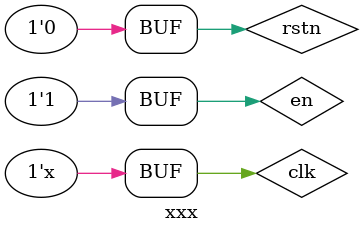
<source format=v>
`timescale 1ns / 1ps


module xxx();
 
reg rstn;
reg clk;
reg en;
wire [7:0] cnt;
wire cout;
 
m60 u5(.clk(clk),.rstn(rstn), .en(en), .cnt(cnt), .cout(cout));
 
initial 
begin
  en <= 1;
  rstn <= 0;
  clk <= 0;
  #2 rstn <= 1;
  #2000 rstn <= 0;
end
always
  #1 clk = ~clk;
endmodule

</source>
